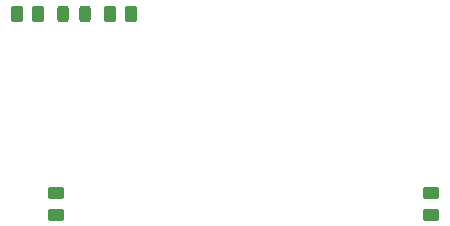
<source format=gbr>
%TF.GenerationSoftware,KiCad,Pcbnew,(7.0.0)*%
%TF.CreationDate,2023-06-01T09:58:41-06:00*%
%TF.ProjectId,morseTrans_proto,6d6f7273-6554-4726-916e-735f70726f74,rev?*%
%TF.SameCoordinates,Original*%
%TF.FileFunction,Paste,Top*%
%TF.FilePolarity,Positive*%
%FSLAX46Y46*%
G04 Gerber Fmt 4.6, Leading zero omitted, Abs format (unit mm)*
G04 Created by KiCad (PCBNEW (7.0.0)) date 2023-06-01 09:58:41*
%MOMM*%
%LPD*%
G01*
G04 APERTURE LIST*
G04 Aperture macros list*
%AMRoundRect*
0 Rectangle with rounded corners*
0 $1 Rounding radius*
0 $2 $3 $4 $5 $6 $7 $8 $9 X,Y pos of 4 corners*
0 Add a 4 corners polygon primitive as box body*
4,1,4,$2,$3,$4,$5,$6,$7,$8,$9,$2,$3,0*
0 Add four circle primitives for the rounded corners*
1,1,$1+$1,$2,$3*
1,1,$1+$1,$4,$5*
1,1,$1+$1,$6,$7*
1,1,$1+$1,$8,$9*
0 Add four rect primitives between the rounded corners*
20,1,$1+$1,$2,$3,$4,$5,0*
20,1,$1+$1,$4,$5,$6,$7,0*
20,1,$1+$1,$6,$7,$8,$9,0*
20,1,$1+$1,$8,$9,$2,$3,0*%
G04 Aperture macros list end*
%ADD10RoundRect,0.250000X-0.450000X0.262500X-0.450000X-0.262500X0.450000X-0.262500X0.450000X0.262500X0*%
%ADD11RoundRect,0.250000X-0.262500X-0.450000X0.262500X-0.450000X0.262500X0.450000X-0.262500X0.450000X0*%
%ADD12RoundRect,0.243750X0.243750X0.456250X-0.243750X0.456250X-0.243750X-0.456250X0.243750X-0.456250X0*%
G04 APERTURE END LIST*
D10*
%TO.C,R2*%
X138430000Y-88345000D03*
X138430000Y-90170000D03*
%TD*%
%TO.C,R3*%
X106680000Y-88345000D03*
X106680000Y-90170000D03*
%TD*%
D11*
%TO.C,R1*%
X111252000Y-73152000D03*
X113077000Y-73152000D03*
%TD*%
%TO.C,R4*%
X103378000Y-73152000D03*
X105203000Y-73152000D03*
%TD*%
D12*
%TO.C,D1*%
X109171500Y-73152000D03*
X107296500Y-73152000D03*
%TD*%
M02*

</source>
